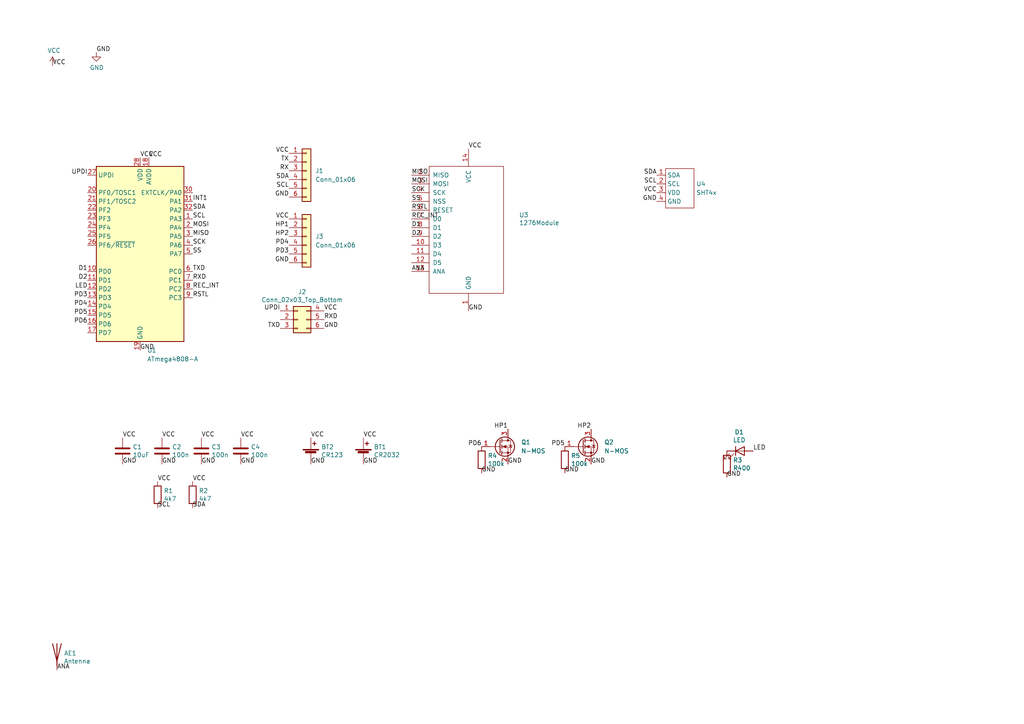
<source format=kicad_sch>
(kicad_sch (version 20211123) (generator eeschema)
  (paper "A4")
  (lib_symbols
    (symbol "Atmega:ATmega4808-A"
      (property "Reference" "U" (at -12.7 26.67 0))
      (property "Value" "ATmega4808-A" (at 2.54 -26.67 0))
      (symbol "ATmega4808-A_0_1"
        (rectangle (start -12.7 -25.4) (end 12.7 25.4) (stroke (width 0.254)) (fill (type background)))
      )
      (symbol "ATmega4808-A_1_1"
        (pin bidirectional line (at 15.24 10.16 180) (length 2.54) (name "PA3") (number "1"))
        (pin bidirectional line (at -15.24 -5.08 0) (length 2.54) (name "PD0") (number "10"))
        (pin bidirectional line (at -15.24 -7.62 0) (length 2.54) (name "PD1") (number "11"))
        (pin bidirectional line (at -15.24 -10.16 0) (length 2.54) (name "PD2") (number "12"))
        (pin bidirectional line (at -15.24 -12.7 0) (length 2.54) (name "PD3") (number "13"))
        (pin bidirectional line (at -15.24 -15.24 0) (length 2.54) (name "PD4") (number "14"))
        (pin bidirectional line (at -15.24 -17.78 0) (length 2.54) (name "PD5") (number "15"))
        (pin bidirectional line (at -15.24 -20.32 0) (length 2.54) (name "PD6") (number "16"))
        (pin bidirectional line (at -15.24 -22.86 0) (length 2.54) (name "PD7") (number "17"))
        (pin power_in line (at 2.54 27.94 270) (length 2.54) (name "AVDD") (number "18"))
        (pin power_in line (at 0 -27.94 90) (length 2.54) (name "GND") (number "19"))
        (pin bidirectional line (at 15.24 7.62 180) (length 2.54) (name "PA4") (number "2"))
        (pin bidirectional line (at -15.24 17.78 0) (length 2.54) (name "PF0/TOSC1") (number "20"))
        (pin bidirectional line (at -15.24 15.24 0) (length 2.54) (name "PF1/TOSC2") (number "21"))
        (pin bidirectional line (at -15.24 12.7 0) (length 2.54) (name "PF2") (number "22"))
        (pin bidirectional line (at -15.24 10.16 0) (length 2.54) (name "PF3") (number "23"))
        (pin bidirectional line (at -15.24 7.62 0) (length 2.54) (name "PF4") (number "24"))
        (pin bidirectional line (at -15.24 5.08 0) (length 2.54) (name "PF5") (number "25"))
        (pin bidirectional line (at -15.24 2.54 0) (length 2.54) (name "PF6/~{RESET}") (number "26"))
        (pin bidirectional line (at -15.24 22.86 0) (length 2.54) (name "UPDI") (number "27"))
        (pin power_in line (at 0 27.94 270) (length 2.54) (name "VDD") (number "28"))
        (pin passive line (at 0 -27.94 90) (length 2.54) hide (name "GND") (number "29"))
        (pin bidirectional line (at 15.24 5.08 180) (length 2.54) (name "PA5") (number "3"))
        (pin bidirectional line (at 15.24 17.78 180) (length 2.54) (name "EXTCLK/PA0") (number "30"))
        (pin bidirectional line (at 15.24 15.24 180) (length 2.54) (name "PA1") (number "31"))
        (pin bidirectional line (at 15.24 12.7 180) (length 2.54) (name "PA2") (number "32"))
        (pin bidirectional line (at 15.24 2.54 180) (length 2.54) (name "PA6") (number "4"))
        (pin bidirectional line (at 15.24 0 180) (length 2.54) (name "PA7") (number "5"))
        (pin bidirectional line (at 15.24 -5.08 180) (length 2.54) (name "PC0") (number "6"))
        (pin bidirectional line (at 15.24 -7.62 180) (length 2.54) (name "PC1") (number "7"))
        (pin bidirectional line (at 15.24 -10.16 180) (length 2.54) (name "PC2") (number "8"))
        (pin bidirectional line (at 15.24 -12.7 180) (length 2.54) (name "PC3") (number "9"))
      )
    )
    (symbol "Connector_Generic:Conn_01x06" (pin_names (offset 1.016) hide)
      (property "Reference" "J" (at 0 7.62 0))
      (property "Value" "Conn_01x06" (at 0 -10.16 0))
      (symbol "Conn_01x06_1_1"
        (rectangle (start -1.27 -7.493) (end 0 -7.747) (stroke (width 0.1524)))
        (rectangle (start -1.27 -4.953) (end 0 -5.207) (stroke (width 0.1524)))
        (rectangle (start -1.27 -2.413) (end 0 -2.667) (stroke (width 0.1524)))
        (rectangle (start -1.27 0.127) (end 0 -0.127) (stroke (width 0.1524)))
        (rectangle (start -1.27 2.667) (end 0 2.413) (stroke (width 0.1524)))
        (rectangle (start -1.27 5.207) (end 0 4.953) (stroke (width 0.1524)))
        (rectangle (start -1.27 6.35) (end 1.27 -8.89) (stroke (width 0.254)) (fill (type background)))
        (pin passive line (at -5.08 5.08 0) (length 3.81) (name "Pin_1") (number "1"))
        (pin passive line (at -5.08 2.54 0) (length 3.81) (name "Pin_2") (number "2"))
        (pin passive line (at -5.08 0 0) (length 3.81) (name "Pin_3") (number "3"))
        (pin passive line (at -5.08 -2.54 0) (length 3.81) (name "Pin_4") (number "4"))
        (pin passive line (at -5.08 -5.08 0) (length 3.81) (name "Pin_5") (number "5"))
        (pin passive line (at -5.08 -7.62 0) (length 3.81) (name "Pin_6") (number "6"))
      )
    )
    (symbol "Connector_Generic:Conn_02x03_Top_Bottom" (pin_names (offset 1.016) hide)
      (property "Reference" "J" (at 1.27 5.08 0))
      (property "Value" "Conn_02x03_Top_Bottom" (at 1.27 -5.08 0))
      (symbol "Conn_02x03_Top_Bottom_1_1"
        (rectangle (start -1.27 -2.413) (end 0 -2.667) (stroke (width 0.1524)))
        (rectangle (start -1.27 0.127) (end 0 -0.127) (stroke (width 0.1524)))
        (rectangle (start -1.27 2.667) (end 0 2.413) (stroke (width 0.1524)))
        (rectangle (start -1.27 3.81) (end 3.81 -3.81) (stroke (width 0.254)) (fill (type background)))
        (rectangle (start 3.81 -2.413) (end 2.54 -2.667) (stroke (width 0.1524)))
        (rectangle (start 3.81 0.127) (end 2.54 -0.127) (stroke (width 0.1524)))
        (rectangle (start 3.81 2.667) (end 2.54 2.413) (stroke (width 0.1524)))
        (pin passive line (at -5.08 2.54 0) (length 3.81) (name "Pin_1") (number "1"))
        (pin passive line (at -5.08 0 0) (length 3.81) (name "Pin_2") (number "2"))
        (pin passive line (at -5.08 -2.54 0) (length 3.81) (name "Pin_3") (number "3"))
        (pin passive line (at 7.62 2.54 180) (length 3.81) (name "Pin_4") (number "4"))
        (pin passive line (at 7.62 0 180) (length 3.81) (name "Pin_5") (number "5"))
        (pin passive line (at 7.62 -2.54 180) (length 3.81) (name "Pin_6") (number "6"))
      )
    )
    (symbol "Device:Antenna" (pin_numbers hide) (pin_names (offset 1.016) hide)
      (property "Reference" "AE" (at -1.905 1.905 0))
      (property "Value" "Antenna" (at -1.905 0 0))
      (symbol "Antenna_0_1"
        (polyline (pts (xy 0 2.54) (xy 0 -3.81)) (stroke (width 0.254)))
        (polyline (pts (xy 1.27 2.54) (xy 0 -2.54) (xy -1.27 2.54)) (stroke (width 0.254)))
      )
      (symbol "Antenna_1_1"
        (pin input line (at 0 -5.08 90) (length 2.54) (name "A") (number "1"))
      )
    )
    (symbol "Device:Battery_Cell" (pin_numbers hide) (pin_names (offset 0) hide)
      (property "Reference" "BT" (at 2.54 2.54 0))
      (property "Value" "Battery_Cell" (at 2.54 0 0))
      (symbol "Battery_Cell_0_1"
        (rectangle (start -2.286 1.778) (end 2.286 1.524) (fill (type outline)))
        (rectangle (start -1.5748 1.1938) (end 1.4732 0.6858) (fill (type outline)))
        (polyline (pts (xy 0 0.762) (xy 0 0)))
        (polyline (pts (xy 0 1.778) (xy 0 2.54)))
        (polyline (pts (xy 0.508 3.429) (xy 1.524 3.429)) (stroke (width 0.254)))
        (polyline (pts (xy 1.016 3.937) (xy 1.016 2.921)) (stroke (width 0.254)))
      )
      (symbol "Battery_Cell_1_1"
        (pin passive line (at 0 5.08 270) (length 2.54) (name "+") (number "1"))
        (pin passive line (at 0 -2.54 90) (length 2.54) (name "-") (number "2"))
      )
    )
    (symbol "Device:C" (pin_numbers hide) (pin_names (offset 0.254))
      (property "Reference" "C" (at 0.635 2.54 0))
      (property "Value" "C" (at 0.635 -2.54 0))
      (symbol "C_0_1"
        (polyline (pts (xy -2.032 -0.762) (xy 2.032 -0.762)) (stroke (width 0.508)))
        (polyline (pts (xy -2.032 0.762) (xy 2.032 0.762)) (stroke (width 0.508)))
      )
      (symbol "C_1_1"
        (pin passive line (at 0 3.81 270) (length 2.794) (name "~") (number "1"))
        (pin passive line (at 0 -3.81 90) (length 2.794) (name "~") (number "2"))
      )
    )
    (symbol "Device:LED" (pin_numbers hide) (pin_names (offset 1.016) hide)
      (property "Reference" "D" (at 0 2.54 0))
      (property "Value" "LED" (at 0 -2.54 0))
      (symbol "LED_0_1"
        (polyline (pts (xy -1.27 -1.27) (xy -1.27 1.27)) (stroke (width 0.254)))
        (polyline (pts (xy -1.27 0) (xy 1.27 0)))
        (polyline (pts (xy 1.27 -1.27) (xy 1.27 1.27) (xy -1.27 0) (xy 1.27 -1.27)) (stroke (width 0.254)))
        (polyline (pts (xy -3.048 -0.762) (xy -4.572 -2.286) (xy -3.81 -2.286) (xy -4.572 -2.286) (xy -4.572 -1.524)))
        (polyline (pts (xy -1.778 -0.762) (xy -3.302 -2.286) (xy -2.54 -2.286) (xy -3.302 -2.286) (xy -3.302 -1.524)))
      )
      (symbol "LED_1_1"
        (pin passive line (at -3.81 0 0) (length 2.54) (name "K") (number "1"))
        (pin passive line (at 3.81 0 180) (length 2.54) (name "A") (number "2"))
      )
    )
    (symbol "Device:R" (pin_numbers hide) (pin_names (offset 0))
      (property "Reference" "R" (at 2.032 0 90))
      (property "Value" "R" (at 0 0 90))
      (symbol "R_0_1"
        (rectangle (start -1.016 -2.54) (end 1.016 2.54) (stroke (width 0.254)))
      )
      (symbol "R_1_1"
        (pin passive line (at 0 3.81 270) (length 1.27) (name "~") (number "1"))
        (pin passive line (at 0 -3.81 90) (length 1.27) (name "~") (number "2"))
      )
    )
    (symbol "HASymbols:1276Module" (pin_names (offset 1.016))
      (property "Reference" "U" (at 10.16 -1.27 0))
      (property "Value" "1276Module" (at 11.43 -6.35 0))
      (symbol "1276Module_0_1"
        (rectangle (start -16.51 20.32) (end 5.08 -16.51))
      )
      (symbol "1276Module_1_1"
        (pin bidirectional line (at -5.08 -21.59 90) (length 5.08) (name "GND") (number "1"))
        (pin bidirectional line (at -21.59 -2.54 0) (length 5.08) (name "D3") (number "10"))
        (pin bidirectional line (at -21.59 -5.08 0) (length 5.08) (name "D4") (number "11"))
        (pin bidirectional line (at -21.59 -7.62 0) (length 5.08) (name "D5") (number "12"))
        (pin bidirectional line (at -21.59 -10.16 0) (length 5.08) (name "ANA") (number "13"))
        (pin bidirectional line (at -5.08 25.4 270) (length 5.08) (name "VCC") (number "14"))
        (pin bidirectional line (at -21.59 17.78 0) (length 5.08) (name "MISO") (number "2"))
        (pin bidirectional line (at -21.59 15.24 0) (length 5.08) (name "MOSI") (number "3"))
        (pin bidirectional line (at -21.59 12.7 0) (length 5.08) (name "SCK") (number "4"))
        (pin bidirectional line (at -21.59 10.16 0) (length 5.08) (name "NSS") (number "5"))
        (pin bidirectional line (at -21.59 7.62 0) (length 5.08) (name "RESET") (number "6"))
        (pin bidirectional line (at -21.59 5.08 0) (length 5.08) (name "D0") (number "7"))
        (pin bidirectional line (at -21.59 2.54 0) (length 5.08) (name "D1") (number "8"))
        (pin bidirectional line (at -21.59 0 0) (length 5.08) (name "D2") (number "9"))
      )
    )
    (symbol "HASymbols:SHT4x"
      (property "Reference" "U" (at -2.54 6.985 0))
      (property "Value" "SHT4x" (at -1.27 -6.985 0))
      (symbol "SHT4x_0_1"
        (rectangle (start -3.81 5.715) (end 4.445 -5.715))
      )
      (symbol "SHT4x_1_1"
        (pin bidirectional line (at -6.35 3.81 0) (length 2.54) (name "SDA") (number "1"))
        (pin input line (at -6.35 1.27 0) (length 2.54) (name "SCL") (number "2"))
        (pin input line (at -6.35 -1.27 0) (length 2.54) (name "VDD") (number "3"))
        (pin input line (at -6.35 -3.81 0) (length 2.54) (name "GND") (number "4"))
      )
    )
    (symbol "Transistor_FET:TSM2302CX" (pin_names hide)
      (property "Reference" "Q" (at 5.08 1.905 0))
      (property "Value" "TSM2302CX" (at 5.08 0 0))
      (symbol "TSM2302CX_0_1"
        (polyline (pts (xy 0.254 0) (xy -2.54 0)))
        (polyline (pts (xy 0.254 1.905) (xy 0.254 -1.905)) (stroke (width 0.254)))
        (polyline (pts (xy 0.762 -1.27) (xy 0.762 -2.286)) (stroke (width 0.254)))
        (polyline (pts (xy 0.762 0.508) (xy 0.762 -0.508)) (stroke (width 0.254)))
        (polyline (pts (xy 0.762 2.286) (xy 0.762 1.27)) (stroke (width 0.254)))
        (polyline (pts (xy 2.54 2.54) (xy 2.54 1.778)))
        (polyline (pts (xy 2.54 -2.54) (xy 2.54 0) (xy 0.762 0)))
        (polyline (pts (xy 0.762 -1.778) (xy 3.302 -1.778) (xy 3.302 1.778) (xy 0.762 1.778)))
        (polyline (pts (xy 1.016 0) (xy 2.032 0.381) (xy 2.032 -0.381) (xy 1.016 0)) (fill (type outline)))
        (polyline (pts (xy 2.794 0.508) (xy 2.921 0.381) (xy 3.683 0.381) (xy 3.81 0.254)))
        (polyline (pts (xy 3.302 0.381) (xy 2.921 -0.254) (xy 3.683 -0.254) (xy 3.302 0.381)))
        (circle (center 1.651 0) (radius 2.794) (stroke (width 0.254)))
        (circle (center 2.54 -1.778) (radius 0.254) (fill (type outline)))
        (circle (center 2.54 1.778) (radius 0.254) (fill (type outline)))
      )
      (symbol "TSM2302CX_1_1"
        (pin input line (at -5.08 0 0) (length 2.54) (name "G") (number "1"))
        (pin passive line (at 2.54 -5.08 90) (length 2.54) (name "S") (number "2"))
        (pin passive line (at 2.54 5.08 270) (length 2.54) (name "D") (number "3"))
      )
    )
    (symbol "power:GND" (power) (pin_names (offset 0))
      (property "Value" "GND" (at 0 -3.81 0))
      (symbol "GND_0_1"
        (polyline (pts (xy 0 0) (xy 0 -1.27) (xy 1.27 -1.27) (xy 0 -2.54) (xy -1.27 -1.27) (xy 0 -1.27)))
      )
      (symbol "GND_1_1"
        (pin power_in line (at 0 0 270) (length 0) hide (name "GND") (number "1"))
      )
    )
    (symbol "power:VCC" (power) (pin_names (offset 0))
      (property "Value" "VCC" (at 0 3.81 0))
      (symbol "VCC_0_1"
        (polyline (pts (xy -0.762 1.27) (xy 0 2.54)))
        (polyline (pts (xy 0 0) (xy 0 2.54)))
        (polyline (pts (xy 0 2.54) (xy 0.762 1.27)))
      )
      (symbol "VCC_1_1"
        (pin power_in line (at 0 0 90) (length 0) hide (name "VCC") (number "1"))
      )
    )
  )
  (label "MISO" (at 119.38 50.8 0))
  (label "RXD" (at 93.98 92.71 0))
  (label "GND" (at 190.5 58.42 180))
  (label "SCL" (at 55.88 63.5 0))
  (label "D2" (at 119.38 68.58 0))
  (label "HP1" (at 147.32 124.46 180))
  (label "SCK" (at 119.38 55.88 0))
  (label "UPDI" (at 81.28 90.17 180))
  (label "PD4" (at 83.82 71.12 180))
  (label "REC_INT" (at 119.38 63.5 0))
  (label "PD3" (at 83.82 73.66 180))
  (label "LED" (at 218.44 130.81 0))
  (label "D1" (at 119.38 66.04 0))
  (label "SS" (at 55.88 73.66 0))
  (label "VCC" (at 46.99 127 0))
  (label "GND" (at 90.17 134.62 0))
  (label "RSTL" (at 119.38 60.96 0))
  (label "GND" (at 147.32 134.62 0))
  (label "VCC" (at 135.89 43.18 0))
  (label "GND" (at 58.42 134.62 0))
  (label "PD3" (at 25.4 86.36 180))
  (label "PD5" (at 25.4 91.44 180))
  (label "D1" (at 25.4 78.74 180))
  (label "RX" (at 83.82 49.53 180))
  (label "VCC" (at 83.82 44.45 180))
  (label "GND" (at 93.98 95.25 0))
  (label "GND" (at 163.83 137.16 0))
  (label "SDA" (at 83.82 52.07 180))
  (label "GND" (at 83.82 57.15 180))
  (label "LED" (at 25.4 83.82 180))
  (label "PD6" (at 139.7 129.54 180))
  (label "VCC" (at 40.64 45.72 0))
  (label "SCK" (at 55.88 71.12 0))
  (label "VCC" (at 69.85 127 0))
  (label "SS" (at 119.38 58.42 0))
  (label "GND" (at 210.82 138.43 0))
  (label "TX" (at 83.82 46.99 180))
  (label "GND" (at 135.89 90.17 0))
  (label "UPDI" (at 25.4 50.8 180))
  (label "VCC" (at 55.88 139.7 0))
  (label "SDA" (at 55.88 60.96 0))
  (label "RSTL" (at 55.88 86.36 0))
  (label "VCC" (at 190.5 55.88 180))
  (label "SCL" (at 45.72 147.32 0))
  (label "SDA" (at 55.88 147.32 0))
  (label "VCC" (at 58.42 127 0))
  (label "VCC" (at 43.18 45.72 0))
  (label "PD6" (at 25.4 93.98 180))
  (label "SDA" (at 190.5 50.8 180))
  (label "RXD" (at 55.88 81.28 0))
  (label "SCL" (at 190.5 53.34 180))
  (label "GND" (at 46.99 134.62 0))
  (label "GND" (at 105.41 134.62 0))
  (label "SCL" (at 83.82 54.61 180))
  (label "VCC" (at 35.56 127 0))
  (label "VCC" (at 15.24 19.05 0))
  (label "REC_INT" (at 55.88 83.82 0))
  (label "GND" (at 69.85 134.62 0))
  (label "MISO" (at 55.88 68.58 0))
  (label "MOSI" (at 119.38 53.34 0))
  (label "GND" (at 35.56 134.62 0))
  (label "VCC" (at 45.72 139.7 0))
  (label "GND" (at 40.64 101.6 0))
  (label "PD5" (at 163.83 129.54 180))
  (label "D2" (at 25.4 81.28 180))
  (label "VCC" (at 93.98 90.17 0))
  (label "GND" (at 27.94 15.24 0))
  (label "TXD" (at 81.28 95.25 180))
  (label "ANA" (at 119.38 78.74 0))
  (label "GND" (at 83.82 76.2 180))
  (label "TXD" (at 55.88 78.74 0))
  (label "MOSI" (at 55.88 66.04 0))
  (label "VCC" (at 83.82 63.5 180))
  (label "VCC" (at 105.41 127 0))
  (label "INT1" (at 55.88 58.42 0))
  (label "GND" (at 139.7 137.16 0))
  (label "HP2" (at 171.45 124.46 180))
  (label "HP1" (at 83.82 66.04 180))
  (label "ANA" (at 16.51 194.31 0))
  (label "HP2" (at 83.82 68.58 180))
  (label "GND" (at 171.45 134.62 0))
  (label "VCC" (at 90.17 127 0))
  (label "PD4" (at 25.4 88.9 180))
  (symbol (lib_id "HASymbols:1276Module") (at 140.97 68.58 0) (unit 1)
    (property "Reference" "U3" (at 150.5458 62.3316 0) (effects (justify left)))
    (property "Value" "1276Module" (at 150.5458 64.643 0) (effects (justify left)))
    (property "Footprint" "halib:1276Module2mm" (effects hide))
  )
  (symbol (lib_id "power:GND") (at 27.94 15.24 0) (unit 1)
    (property "Reference" "#PWR01" (effects hide))
    (property "Value" "GND" (at 28.067 19.6342 0))
  )
  (symbol (lib_id "power:VCC") (at 15.24 19.05 0) (unit 1)
    (property "Reference" "#PWR02" (effects hide))
    (property "Value" "VCC" (at 15.6718 14.6558 0))
  )
  (symbol (lib_id "Device:C") (at 35.56 130.81 0) (unit 1)
    (property "Reference" "C1" (at 38.481 129.6416 0) (effects (justify left)))
    (property "Value" "10uF" (at 38.481 131.953 0) (effects (justify left)))
    (property "Footprint" "Capacitors_SMD:C_0805_HandSoldering" (effects hide))
  )
  (symbol (lib_id "Device:C") (at 58.42 130.81 0) (unit 1)
    (property "Reference" "C3" (at 61.341 129.6416 0) (effects (justify left)))
    (property "Value" "100n" (at 61.341 131.953 0) (effects (justify left)))
    (property "Footprint" "halib:C_0603_Compact_hand" (effects hide))
  )
  (symbol (lib_id "Device:C") (at 46.99 130.81 0) (unit 1)
    (property "Reference" "C2" (at 49.911 129.6416 0) (effects (justify left)))
    (property "Value" "100n" (at 49.911 131.953 0) (effects (justify left)))
    (property "Footprint" "halib:C_0603_Compact_hand" (effects hide))
  )
  (symbol (lib_id "Device:C") (at 69.85 130.81 0) (unit 1)
    (property "Reference" "C4" (at 72.771 129.6416 0) (effects (justify left)))
    (property "Value" "100n" (at 72.771 131.953 0) (effects (justify left)))
    (property "Footprint" "halib:C_0603_Compact_hand" (effects hide))
  )
  (symbol (lib_id "Device:R") (at 45.72 143.51 0) (unit 1)
    (property "Reference" "R1" (at 47.498 142.3416 0) (effects (justify left)))
    (property "Value" "4k7" (at 47.498 144.653 0) (effects (justify left)))
    (property "Footprint" "halib:R_0603_Compact_hand" (effects hide))
  )
  (symbol (lib_id "Device:R") (at 55.88 143.51 0) (unit 1)
    (property "Reference" "R2" (at 57.658 142.3416 0) (effects (justify left)))
    (property "Value" "4k7" (at 57.658 144.653 0) (effects (justify left)))
    (property "Footprint" "halib:R_0603_Compact_hand" (effects hide))
  )
  (symbol (lib_id "Connector_Generic:Conn_02x03_Top_Bottom") (at 86.36 92.71 0) (unit 1)
    (property "Reference" "J2" (at 87.63 84.6582 0))
    (property "Value" "Conn_02x03_Top_Bottom" (at 87.63 86.9696 0))
    (property "Footprint" "halib:EdgePads_FB_2x03" (effects hide))
  )
  (symbol (lib_id "Device:LED") (at 214.63 130.81 0) (unit 1)
    (property "Reference" "D1" (at 214.4014 125.3236 0))
    (property "Value" "LED" (at 214.4014 127.635 0))
    (property "Footprint" "LEDs:LED_0805" (effects hide))
  )
  (symbol (lib_id "Device:R") (at 210.82 134.62 0) (unit 1)
    (property "Reference" "R3" (at 212.598 133.4516 0) (effects (justify left)))
    (property "Value" "R400" (at 212.598 135.763 0) (effects (justify left)))
    (property "Footprint" "halib:R_0603_Compact_hand" (effects hide))
  )
  (symbol (lib_id "Device:Antenna") (at 16.51 189.23 0) (unit 1)
    (property "Reference" "AE1" (at 18.542 189.4586 0) (effects (justify left)))
    (property "Value" "Antenna" (at 18.542 191.77 0) (effects (justify left)))
    (property "Footprint" "Pin_Headers:Pin_Header_Straight_1x01_Pitch2.54mm" (effects hide))
  )
  (symbol (lib_id "Device:Battery_Cell") (at 105.41 132.08 0) (unit 1)
    (property "Reference" "BT1" (at 108.4072 129.6416 0) (effects (justify left)))
    (property "Value" "CR2032" (at 108.4072 131.953 0) (effects (justify left)))
    (property "Footprint" "halib:2032-SMD_COMPACT" (effects hide))
  )
  (symbol (lib_id "Device:Battery_Cell") (at 90.17 132.08 0) (unit 1)
    (property "Reference" "BT2" (at 93.1672 129.6416 0) (effects (justify left)))
    (property "Value" "CR123" (at 93.1672 131.953 0) (effects (justify left)))
    (property "Footprint" "halib:CR123Holder" (effects hide))
  )
  (symbol (lib_id "Device:R") (at 163.83 133.35 0) (unit 1)
    (property "Reference" "R5" (at 165.608 132.1816 0) (effects (justify left)))
    (property "Value" "100k" (at 165.608 134.493 0) (effects (justify left)))
    (property "Footprint" "halib:R_0603_Compact_hand" (effects hide))
  )
  (symbol (lib_id "Device:R") (at 139.7 133.35 0) (unit 1)
    (property "Reference" "R4" (at 141.478 132.1816 0) (effects (justify left)))
    (property "Value" "100k" (at 141.478 134.493 0) (effects (justify left)))
    (property "Footprint" "halib:R_0603_Compact_hand" (effects hide))
  )
  (symbol (lib_id "Atmega:ATmega4808-A") (at 40.64 73.66 0) (unit 1)
    (property "Reference" "U1" (at 42.6594 101.6 0) (effects (justify left)))
    (property "Value" "ATmega4808-A" (at 42.6594 104.14 0) (effects (justify left)))
    (property "Footprint" "Package_QFP:TQFP-32_7x7mm_P0.8mm" (effects hide))
    (property "Datasheet" "http://ww1.microchip.com/downloads/en/DeviceDoc/40002017A.pdf" (effects hide))
  )
  (symbol (lib_id "Transistor_FET:TSM2302CX") (at 168.91 129.54 0) (unit 1)
    (property "Reference" "Q2" (at 175.26 128.2699 0) (effects (justify left)))
    (property "Value" "N-MOS" (at 175.26 130.8099 0) (effects (justify left)))
    (property "Footprint" "Package_TO_SOT_SMD:SOT-23" (effects hide))
    (property "Datasheet" "https://www.taiwansemi.com/products/datasheet/TSM2302CX_E1608.pdf" (effects hide))
  )
  (symbol (lib_id "Connector_Generic:Conn_01x06") (at 88.9 49.53 0) (unit 1)
    (property "Reference" "J1" (at 91.44 49.5299 0) (effects (justify left)))
    (property "Value" "Conn_01x06" (at 91.44 52.0699 0) (effects (justify left)))
    (property "Footprint" "Connector_PinHeader_2.54mm:PinHeader_1x06_P2.54mm_Vertical" (effects hide))
  )
  (symbol (lib_id "Transistor_FET:TSM2302CX") (at 144.78 129.54 0) (unit 1)
    (property "Reference" "Q1" (at 151.13 128.2699 0) (effects (justify left)))
    (property "Value" "N-MOS" (at 151.13 130.8099 0) (effects (justify left)))
    (property "Footprint" "Package_TO_SOT_SMD:SOT-23" (effects hide))
    (property "Datasheet" "https://www.taiwansemi.com/products/datasheet/TSM2302CX_E1608.pdf" (effects hide))
  )
  (symbol (lib_id "HASymbols:SHT4x") (at 196.85 54.61 0) (unit 1)
    (property "Reference" "U4" (at 201.93 53.3399 0) (effects (justify left)))
    (property "Value" "SHT4x" (at 201.93 55.8799 0) (effects (justify left)))
    (property "Footprint" "halib:SHT4x" (effects hide))
  )
  (symbol (lib_id "Connector_Generic:Conn_01x06") (at 88.9 68.58 0) (unit 1)
    (property "Reference" "J3" (at 91.44 68.5799 0) (effects (justify left)))
    (property "Value" "Conn_01x06" (at 91.44 71.1199 0) (effects (justify left)))
    (property "Footprint" "Connector_PinHeader_2.54mm:PinHeader_1x06_P2.54mm_Vertical" (effects hide))
  )
)
</source>
